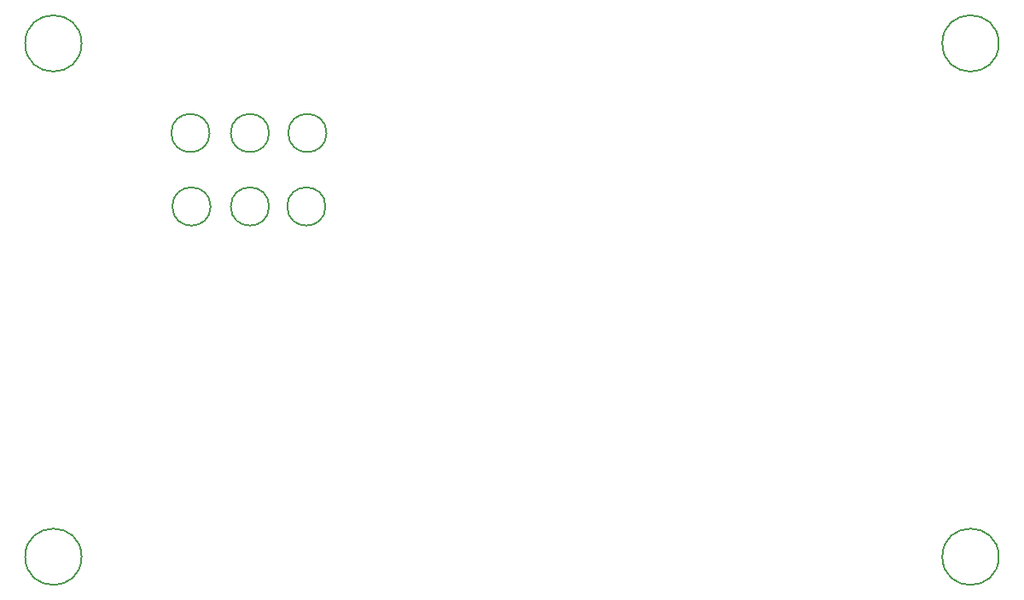
<source format=gbr>
%TF.GenerationSoftware,KiCad,Pcbnew,(6.0.5)*%
%TF.CreationDate,2022-10-19T12:43:17-05:00*%
%TF.ProjectId,powerPCB,706f7765-7250-4434-922e-6b696361645f,rev?*%
%TF.SameCoordinates,Original*%
%TF.FileFunction,Other,Comment*%
%FSLAX46Y46*%
G04 Gerber Fmt 4.6, Leading zero omitted, Abs format (unit mm)*
G04 Created by KiCad (PCBNEW (6.0.5)) date 2022-10-19 12:43:17*
%MOMM*%
%LPD*%
G01*
G04 APERTURE LIST*
%ADD10C,0.150000*%
G04 APERTURE END LIST*
D10*
%TO.C,H9*%
X87700000Y-49000000D02*
G75*
G03*
X87700000Y-49000000I-2800000J0D01*
G01*
%TO.C,H5*%
X112000000Y-57900000D02*
G75*
G03*
X112000000Y-57900000I-1900000J0D01*
G01*
%TO.C,H6*%
X106300000Y-57900000D02*
G75*
G03*
X106300000Y-57900000I-1900000J0D01*
G01*
%TO.C,H10*%
X178700000Y-100000000D02*
G75*
G03*
X178700000Y-100000000I-2800000J0D01*
G01*
%TO.C,H2*%
X100500000Y-65200000D02*
G75*
G03*
X100500000Y-65200000I-1900000J0D01*
G01*
%TO.C,H3*%
X111900000Y-65200000D02*
G75*
G03*
X111900000Y-65200000I-1900000J0D01*
G01*
%TO.C,H8*%
X87700000Y-100000000D02*
G75*
G03*
X87700000Y-100000000I-2800000J0D01*
G01*
%TO.C,H1*%
X106300000Y-65200000D02*
G75*
G03*
X106300000Y-65200000I-1900000J0D01*
G01*
%TO.C,H7*%
X178700000Y-49000000D02*
G75*
G03*
X178700000Y-49000000I-2800000J0D01*
G01*
%TO.C,H4*%
X100400000Y-57900000D02*
G75*
G03*
X100400000Y-57900000I-1900000J0D01*
G01*
%TD*%
M02*

</source>
